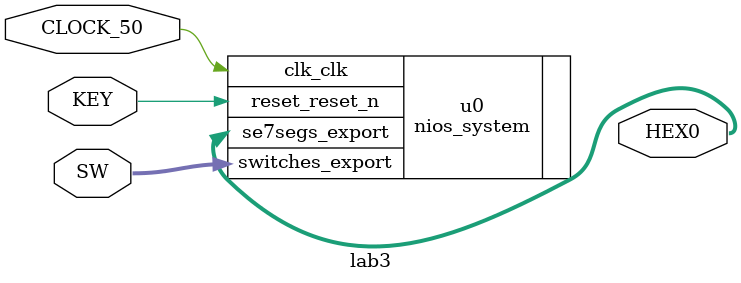
<source format=v>
module lab3 (CLOCK_50,SW,KEY,HEX0);

input CLOCK_50;
input [7:0] SW;
input [0:0] KEY;
output [6:0] HEX0;



nios_system u0
 (
        .clk_clk         (CLOCK_50),         //      clk.clk
        .reset_reset_n   (KEY),   //    reset.reset_n
        .switches_export (SW), // switches.export
        .se7segs_export  (HEX0)   //  se7segs.export
  );
  
  endmodule  
</source>
